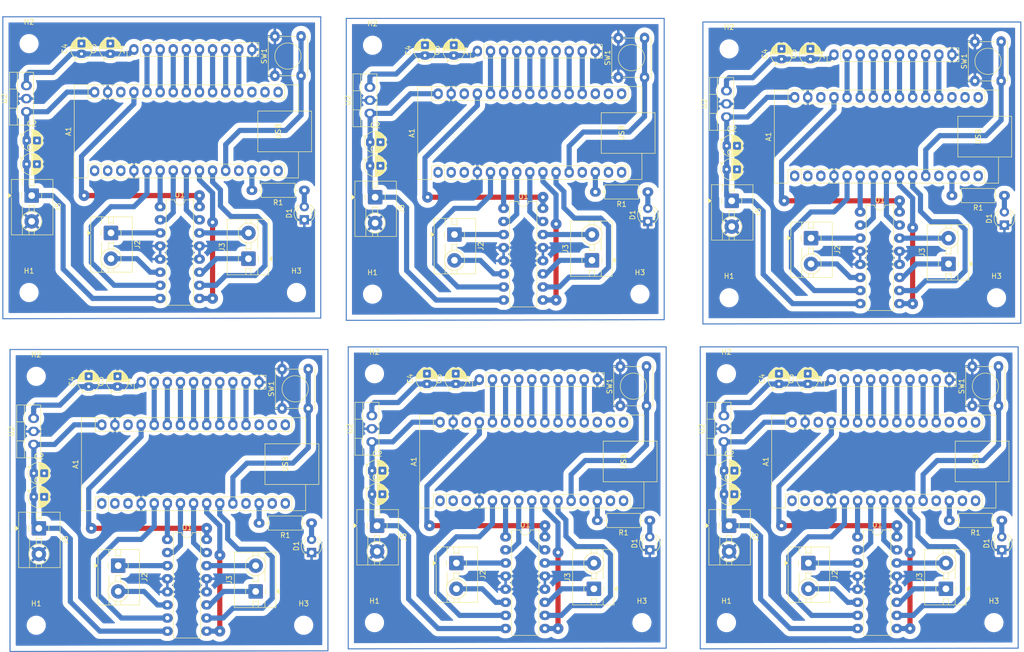
<source format=kicad_pcb>
(kicad_pcb (version 20241229) (generator "pcbnew") (generator_version "9.0")
  (layers (0 "F.Cu" signal) (2 "B.Cu" signal) (13 "F.Paste" user) (15 "B.Paste" user) (5 "F.SilkS" user "F.Silkscreen") (7 "B.SilkS" user "B.Silkscreen") (1 "F.Mask" user) (3 "B.Mask" user) (25 "Edge.Cuts" user))
  (net 0 "")
  (net 1 "sensor8")
  (net 2 "enable1,2")
  (net 3 "m1")
  (net 5 "m4")
  (net 6 "sensor7")
  (net 7 "sensor6")
  (net 8 "GND")
  (net 9 "Net-(A1-D10)")
  (net 10 "sensor4")
  (net 11 "sensor2")
  (net 12 "m2")
  (net 13 "5v Arduino")
  (net 14 "sensor1")
  (net 15 "Net-(A1-D8)")
  (net 16 "salida de R")
  (net 17 "sensor5")
  (net 24 "sensor3")
  (net 28 "enable3,4")
  (net 29 "m3")
  (net 30 "VCC")
  (net 31 "Net-(D1-A)")
  (net 32 "Net-(J2-Pin_1)")
  (net 33 "Net-(J2-Pin_2)")
  (net 34 "Net-(J3-Pin_2)")
  (net 35 "Net-(J3-Pin_1)")
  (footprint "Capacitor_THT:CP_Radial_D4.0mm_P2.00mm" (layer "F.Cu") (at 182.88 100.2866 90)
    (property "Reference" "C3")
    (property "Value" "C_Small")
  )
  (footprint "Capacitor_THT:CP_Radial_D4.0mm_P2.00mm" (layer "F.Cu") (at 114.3 36.5961 90)
    (property "Reference" "C3")
    (property "Value" "C_Small")
  )
  (footprint "Capacitor_THT:CP_Radial_D4.0mm_P2.00mm" (layer "F.Cu") (at 98.457 121.666)
    (property "Reference" "C1")
    (property "Value" "C_Small")
  )
  (footprint "Package_TO_SOT_THT:TO-220-3_Vertical" (layer "F.Cu") (at 98.044 47.8155 90)
    (property "Reference" "U2")
    (property "Value" "LM7805_TO220")
  )
  (footprint "MountingHole:MountingHole_3.2mm_M3" (layer "F.Cu") (at 33.401 147.066)
    (property "Reference" "H1")
    (property "Value" "MountingHole")
  )
  (footprint "Connector_PinHeader_2.54mm:PinHeader_1x10_P2.54mm_Vertical" (layer "F.Cu") (at 118.872 35.7505 90)
    (property "Reference" "J4")
    (property "Value" "Conn_01x10_MountingPin")
  )
  (footprint "Package_DIP:DIP-16_W7.62mm" (layer "F.Cu") (at 57.404 65.913)
    (property "Reference" "U1")
    (property "Value" "L293")
  )
  (footprint "MountingHole:MountingHole_3.2mm_M3" (layer "F.Cu") (at 150.749 146.558)
    (property "Reference" "H3")
    (property "Value" "MountingHole")
  )
  (footprint "Capacitor_THT:CP_Radial_D4.0mm_P2.00mm" (layer "F.Cu") (at 108.712 36.5961 90)
    (property "Reference" "C4")
    (property "Value" "C_Small")
  )
  (footprint "Button_Switch_THT:SW_Tactile_Straight_KSA0Axx1LFTR" (layer "F.Cu") (at 79.629 40.513 90)
    (property "Reference" "SW1")
    (property "Value" "SW_Push")
  )
  (footprint "Capacitor_THT:CP_Radial_D4.0mm_P2.00mm" (layer "F.Cu") (at 114.681 100.2866 90)
    (property "Reference" "C3")
    (property "Value" "C_Small")
  )
  (footprint "Capacitor_THT:CP_Radial_D4.0mm_P2.00mm" (layer "F.Cu") (at 32.925 122.174)
    (property "Reference" "C1")
    (property "Value" "C_Small")
  )
  (footprint "Capacitor_THT:CP_Radial_D4.0mm_P2.00mm" (layer "F.Cu") (at 31.539401 53.086)
    (property "Reference" "C2")
    (property "Value" "C_Small")
  )
  (footprint "Capacitor_THT:CP_Radial_D4.0mm_P2.00mm" (layer "F.Cu") (at 177.8 37.2946 90)
    (property "Reference" "C4")
    (property "Value" "C_Small")
  )
  (footprint "MountingHole:MountingHole_3.2mm_M3" (layer "F.Cu") (at 32.004 82.55)
    (property "Reference" "H1")
    (property "Value" "MountingHole")
  )
  (footprint "Connector_PinHeader_2.54mm:PinHeader_1x10_P2.54mm_Vertical" (layer "F.Cu") (at 119.253 99.441 90)
    (property "Reference" "J4")
    (property "Value" "Conn_01x10_MountingPin")
  )
  (footprint "TerminalBlock:TerminalBlock_MaiXu_MX126-5.0-02P_1x02_P5.00mm" (layer "F.Cu") (at 33.909 128.27 -90)
    (property "Reference" "J5")
    (property "Value" "Screw_Terminal_01x02")
  )
  (footprint "Button_Switch_THT:SW_Tactile_Straight_KSA0Axx1LFTR" (layer "F.Cu") (at 214.757 104.521 90)
    (property "Reference" "SW1")
    (property "Value" "SW_Push")
  )
  (footprint "Package_DIP:DIP-16_W7.62mm" (layer "F.Cu") (at 123.952 66.2305)
    (property "Reference" "U1")
    (property "Value" "L293")
  )
  (footprint "Button_Switch_THT:SW_Tactile_Straight_KSA0Axx1LFTR" (layer "F.Cu") (at 215.265 41.529 90)
    (property "Reference" "SW1")
    (property "Value" "SW_Push")
  )
  (footprint "MountingHole:MountingHole_3.2mm_M3" (layer "F.Cu") (at 167.132 146.558)
    (property "Reference" "H1")
    (property "Value" "MountingHole")
  )
  (footprint "MountingHole:MountingHole_3.2mm_M3" (layer "F.Cu") (at 167.64 83.566)
    (property "Reference" "H1")
    (property "Value" "MountingHole")
  )
  (footprint "Resistor_THT:R_Axial_DIN0207_L6.3mm_D2.5mm_P10.16mm_Horizontal" (layer "F.Cu") (at 220.472 126.746 180)
    (property "Reference" "R1")
    (property "Value" "R")
  )
  (footprint "TerminalBlock:TerminalBlock_MaiXu_MX126-5.0-02P_1x02_P5.00mm" (layer "F.Cu") (at 141.0645 76.3105 90)
    (property "Reference" "J3")
    (property "Value" "Screw_Terminal_01x02")
  )
  (footprint "TerminalBlock:TerminalBlock_MaiXu_MX126-5.0-02P_1x02_P5.00mm" (layer "F.Cu") (at 99.441 127.762 -90)
    (property "Reference" "J5")
    (property "Value" "Screw_Terminal_01x02")
  )
  (footprint "Button_Switch_THT:SW_Tactile_Straight_KSA0Axx1LFTR" (layer "F.Cu") (at 81.026 105.029 90)
    (property "Reference" "SW1")
    (property "Value" "SW_Push")
  )
  (footprint "TerminalBlock:TerminalBlock_MaiXu_MX126-5.0-02P_1x02_P5.00mm" (layer "F.Cu") (at 168.148 64.77 -90)
    (property "Reference" "J5")
    (property "Value" "Screw_Terminal_01x02")
  )
  (footprint "MountingHole:MountingHole_3.2mm_M3" (layer "F.Cu") (at 167.64 35.306)
    (property "Reference" "H2")
    (property "Value" "MountingHole")
  )
  (footprint "LED_THT:LED_D3.0mm_IRGrey" (layer "F.Cu") (at 86.741 132.969 90)
    (property "Reference" "D1")
    (property "Value" "LED")
  )
  (footprint "Resistor_THT:R_Axial_DIN0207_L6.3mm_D2.5mm_P10.16mm_Horizontal" (layer "F.Cu") (at 151.892 63.0555 180)
    (property "Reference" "R1")
    (property "Value" "R")
  )
  (footprint "Capacitor_THT:CP_Radial_D4.0mm_P2.00mm" (layer "F.Cu") (at 98.076 57.9755)
    (property "Reference" "C1")
    (property "Value" "C_Small")
  )
  (footprint "LED_THT:LED_D3.0mm_IRGrey" (layer "F.Cu") (at 151.892 68.7705 90)
    (property "Reference" "D1")
    (property "Value" "LED")
  )
  (footprint "Capacitor_THT:CP_Radial_D4.0mm_P2.00mm" (layer "F.Cu") (at 98.468401 117.094)
    (property "Reference" "C2")
    (property "Value" "C_Small")
  )
  (footprint "Resistor_THT:R_Axial_DIN0207_L6.3mm_D2.5mm_P10.16mm_Horizontal" (layer "F.Cu") (at 86.741 127.254 180)
    (property "Reference" "R1")
    (property "Value" "R")
  )
  (footprint "MountingHole:MountingHole_3.2mm_M3" (layer "F.Cu") (at 167.132 98.298)
    (property "Reference" "H2")
    (property "Value" "MountingHole")
  )
  (footprint "TerminalBlock:TerminalBlock_MaiXu_MX126-5.0-02P_1x02_P5.00mm" (layer "F.Cu") (at 47.879 70.993 -90)
    (property "Reference" "J2")
    (property "Value" "Screw_Terminal_01x02")
  )
  (footprint "Capacitor_THT:CP_Radial_D4.0mm_P2.00mm" (layer "F.Cu") (at 109.093 100.2866 90)
    (property "Reference" "C4")
    (property "Value" "C_Small")
  )
  (footprint "Capacitor_THT:CP_Radial_D4.0mm_P2.00mm" (layer "F.Cu") (at 42.164 36.2786 90)
    (property "Reference" "C4")
    (property "Value" "C_Small")
  )
  (footprint "MountingHole:MountingHole_3.2mm_M3" (layer "F.Cu") (at 32.004 34.29)
    (property "Reference" "H2")
    (property "Value" "MountingHole")
  )
  (footprint "TerminalBlock:TerminalBlock_MaiXu_MX126-5.0-02P_1x02_P5.00mm" (layer "F.Cu") (at 114.427 71.3105 -90)
    (property "Reference" "J2")
    (property "Value" "Screw_Terminal_01x02")
  )
  (footprint "MountingHole:MountingHole_3.2mm_M3" (layer "F.Cu") (at 98.552 82.8675)
    (property "Reference" "H1")
    (property "Value" "MountingHole")
  )
  (footprint "LED_THT:LED_D3.0mm_IRGrey" (layer "F.Cu") (at 85.344 68.453 90)
    (property "Reference" "D1")
    (property "Value" "LED")
  )
  (footprint "Package_DIP:DIP-16_W7.62mm" (layer "F.Cu") (at 124.333 129.921)
    (property "Reference" "U1")
    (property "Value" "L293")
  )
  (footprint "MountingHole:MountingHole_3.2mm_M3" (layer "F.Cu") (at 83.82 82.55)
    (property "Reference" "H3")
    (property "Value" "MountingHole")
  )
  (footprint "Resistor_THT:R_Axial_DIN0207_L6.3mm_D2.5mm_P10.16mm_Horizontal" (layer "F.Cu") (at 152.273 126.746 180)
    (property "Reference" "R1")
    (property "Value" "R")
  )
  (footprint "Module:Arduino_Nano" (layer "F.Cu") (at 111.252 59.2455 90)
    (property "Reference" "A1")
    (property "Value" "Arduino_Nano_Every")
  )
  (footprint "Connector_PinHeader_2.54mm:PinHeader_1x10_P2.54mm_Vertical" (layer "F.Cu") (at 53.721 99.949 90)
    (property "Reference" "J4")
    (property "Value" "Conn_01x10_MountingPin")
  )
  (footprint "TerminalBlock:TerminalBlock_MaiXu_MX126-5.0-02P_1x02_P5.00mm" (layer "F.Cu") (at 49.276 135.509 -90)
    (property "Reference" "J2")
    (property "Value" "Screw_Terminal_01x02")
  )
  (footprint "Button_Switch_THT:SW_Tactile_Straight_KSA0Axx1LFTR" (layer "F.Cu") (at 146.177 40.8305 90)
    (property "Reference" "SW1")
    (property "Value" "SW_Push")
  )
  (footprint "TerminalBlock:TerminalBlock_MaiXu_MX126-5.0-02P_1x02_P5.00mm" (layer "F.Cu") (at 209.6445 140.001 90)
    (property "Reference" "J3")
    (property "Value" "Screw_Terminal_01x02")
  )
  (footprint "Capacitor_THT:CP_Radial_D4.0mm_P2.00mm" (layer "F.Cu") (at 98.087401 53.4035)
    (property "Reference" "C2")
    (property "Value" "C_Small")
  )
  (footprint "Capacitor_THT:CP_Radial_D4.0mm_P2.00mm" (layer "F.Cu") (at 167.164 58.674)
    (property "Reference" "C1")
    (property "Value" "C_Small")
  )
  (footprint "MountingHole:MountingHole_3.2mm_M3" (layer "F.Cu") (at 150.368 82.8675)
    (property "Reference" "H3")
    (property "Value" "MountingHole")
  )
  (footprint "MountingHole:MountingHole_3.2mm_M3" (layer "F.Cu") (at 219.456 83.566)
    (property "Reference" "H3")
    (property "Value" "MountingHole")
  )
  (footprint "Capacitor_THT:CP_Radial_D4.0mm_P2.00mm" (layer "F.Cu") (at 177.292 100.2866 90)
    (property "Reference" "C4")
    (property "Value" "C_Small")
  )
  (footprint "Package_TO_SOT_THT:TO-220-3_Vertical" (layer "F.Cu") (at 167.132 48.514 90)
    (property "Reference" "U2")
    (property "Value" "LM7805_TO220")
  )
  (footprint "MountingHole:MountingHole_3.2mm_M3" (layer "F.Cu") (at 85.217 147.066)
    (property "Reference" "H3")
    (property "Value" "MountingHole")
  )
  (footprint "Connector_PinHeader_2.54mm:PinHeader_1x10_P2.54mm_Vertical" (layer "F.Cu") (at 187.452 99.441 90)
    (property "Reference" "J4")
    (property "Value" "Conn_01x10_MountingPin")
  )
  (footprint "Capacitor_THT:CP_Radial_D4.0mm_P2.00mm" (layer "F.Cu") (at 31.528 57.658)
    (property "Reference" "C1")
    (property "Value" "C_Small")
  )
  (footprint "Capacitor_THT:CP_Radial_D4.0mm_P2.00mm" (layer "F.Cu") (at 166.667401 117.094)
    (property "Reference" "C2")
    (property "Value" "C_Small")
  )
  (footprint "TerminalBlock:TerminalBlock_MaiXu_MX126-5.0-02P_1x02_P5.00mm" (layer "F.Cu") (at 32.512 63.754 -90)
    (property "Reference" "J5")
    (property "Value" "Screw_Terminal_01x02")
  )
  (footprint "Capacitor_THT:CP_Radial_D4.0mm_P2.00mm" (layer "F.Cu") (at 166.656 121.666)
    (property "Reference" "C1")
    (property "Value" "C_Small")
  )
  (footprint "Capacitor_THT:CP_Radial_D4.0mm_P2.00mm" (layer "F.Cu") (at 47.752 36.2786 90)
    (property "Reference" "C3")
    (property "Value" "C_Small")
  )
  (footprint "MountingHole:MountingHole_3.2mm_M3" (layer "F.Cu") (at 33.401 98.806)
    (property "Reference" "H2")
    (property "Value" "MountingHole")
  )
  (footprint "Module:Arduino_Nano" (layer "F.Cu") (at 180.34 59.944 90)
    (property "Reference" "A1")
    (property "Value" "Arduino_Nano_Every")
  )
  (footprint "MountingHole:MountingHole_3.2mm_M3" (layer "F.Cu") (at 98.552 34.6075)
    (property "Reference" "H2")
    (property "Value" "MountingHole")
  )
  (footprint "TerminalBlock:TerminalBlock_MaiXu_MX126-5.0-02P_1x02_P5.00mm" (layer "F.Cu") (at 141.4455 140.001 90)
    (property "Reference" "J3")
    (property "Value" "Screw_Terminal_01x02")
  )
  (footprint "Package_TO_SOT_THT:TO-220-3_Vertical" (layer "F.Cu") (at 166.624 111.506 90)
    (property "Reference" "U2")
    (property "Value" "LM7805_TO220")
  )
  (footprint "Package_TO_SOT_THT:TO-220-3_Vertical" (layer "F.Cu") (at 32.893 112.014 90)
    (property "Reference" "U2")
    (property "Value" "LM7805_TO220")
  )
  (footprint "LED_THT:LED_D3.0mm_IRGrey" (layer "F.Cu") (at 220.98 69.469 90)
    (property "Reference" "D1")
    (property "Value" "LED")
  )
  (footprint "Package_DIP:DIP-16_W7.62mm" (layer "F.Cu") (at 192.532 129.921)
    (property "Reference" "U1")
    (property "Value" "L293")
  )
  (footprint "Resistor_THT:R_Axial_DIN0207_L6.3mm_D2.5mm_P10.16mm_Horizontal" (layer "F.Cu") (at 220.98 63.754 180)
    (property "Reference" "R1")
    (property "Value" "R")
  )
  (footprint "Module:Arduino_Nano" (layer "F.Cu") (at 179.832 122.936 90)
    (property "Reference" "A1")
    (property "Value" "Arduino_Nano_Every")
  )
  (footprint "Module:Arduino_Nano" (layer "F.Cu") (at 46.101 123.444 90)
    (property "Reference" "A1")
    (property "Value" "Arduino_Nano_Every")
  )
  (footprint "Package_TO_SOT_THT:TO-220-3_Vertical" (layer "F.Cu") (at 98.425 111.506 90)
    (property "Reference" "U2")
    (property "Value" "LM7805_TO220")
  )
  (footprint "Connector_PinHeader_2.54mm:PinHeader_1x10_P2.54mm_Vertical" (layer "F.Cu") (at 187.96 36.449 90)
    (property "Reference" "J4")
    (property "Value" "Conn_01x10_MountingPin")
  )
  (footprint "MountingHole:MountingHole_3.2mm_M3" (layer "F.Cu") (at 218.948 146.558)
    (property "Reference" "H3")
    (property "Value" "MountingHole")
  )
  (footprint "TerminalBlock:TerminalBlock_MaiXu_MX126-5.0-02P_1x02_P5.00mm" (layer "F.Cu") (at 210.1525 77.009 90)
    (property "Reference" "J3")
    (property "Value" "Screw_Terminal_01x02")
  )
  (footprint "TerminalBlock:TerminalBlock_MaiXu_MX126-5.0-02P_1x02_P5.00mm" (layer "F.Cu") (at 99.06 64.0715 -90)
    (property "Reference" "J5")
    (property "Value" "Screw_Terminal_01x02")
  )
  (footprint "Capacitor_THT:CP_Radial_D4.0mm_P2.00mm" (layer "F.Cu") (at 183.388 37.2946 90)
    (property "Reference" "C3")
    (property "Value" "C_Small")
  )
  (footprint "Button_Switch_THT:SW_Tactile_Straight_KSA0Axx1LFTR" (layer "F.Cu") (at 146.558 104.521 90)
    (property "Reference" "SW1")
    (property "Value" "SW_Push")
  )
  (footprint "Resistor_THT:R_Axial_DIN0207_L6.3mm_D2.5mm_P10.16mm_Horizontal" (layer "F.Cu") (at 85.344 62.738 180)
    (property "Reference" "R1")
    (property "Value" "R")
  )
  (footprint "TerminalBlock:TerminalBlock_MaiXu_MX126-5.0-02P_1x02_P5.00mm" (layer "F.Cu") (at 74.5165 75.993 90)
    (property "Reference" "J3")
    (property "Value" "Screw_Terminal_01x02")
  )
  (footprint "Capacitor_THT:CP_Radial_D4.0mm_P2.00mm" (layer "F.Cu") (at 49.149 100.7946 90)
    (property "Reference" "C3")
    (property "Value" "C_Small")
  )
  (footprint "Package_DIP:DIP-16_W7.62mm" (layer "F.Cu") (at 193.04 66.929)
    (property "Reference" "U1")
    (property "Value" "L293")
  )
  (footprint "TerminalBlock:TerminalBlock_MaiXu_MX126-5.0-02P_1x02_P5.00mm" (layer "F.Cu") (at 75.9135 140.509 90)
    (property "Reference" "J3")
    (property "Value" "Screw_Terminal_01x02")
  )
  (footprint "TerminalBlock:TerminalBlock_MaiXu_MX126-5.0-02P_1x02_P5.00mm" (layer "F.Cu") (at 183.515 72.009 -90)
    (property "Reference" "J2")
    (property "Value" "Screw_Terminal_01x02")
  )
  (footprint "Capacitor_THT:CP_Radial_D4.0mm_P2.00mm" (layer "F.Cu") (at 43.561 100.7946 90)
    (property "Reference" "C4")
    (property "Value" "C_Small")
  )
  (footprint "Module:Arduino_Nano" (layer "F.Cu") (at 111.633 122.936 90)
    (property "Reference" "A1")
    (property "Value" "Arduino_Nano_Every")
  )
  (footprint "Capacitor_THT:CP_Radial_D4.0mm_P2.00mm" (layer "F.Cu") (at 32.936401 117.602)
    (property "Reference" "C2")
    (property "Value" "C_Small")
  )
  (footprint "TerminalBlock:TerminalBlock_MaiXu_MX126-5.0-02P_1x02_P5.00mm" (layer "F.Cu") (at 114.808 135.001 -90)
    (property "Reference" "J2")
    (property "Value" "Screw_Terminal_01x02")
  )
  (footprint "TerminalBlock:TerminalBlock_MaiXu_MX126-5.0-02P_1x02_P5.00mm" (layer "F.Cu") (at 167.64 127.762 -90)
    (property "Reference" "J5")
    (property "Value" "Screw_Terminal_01x02")
  )
  (footprint "LED_THT:LED_D3.0mm_IRGrey" (layer "F.Cu") (at 220.472 132.461 90)
    (property "Reference" "D1")
    (property "Value" "LED")
  )
  (footprint "MountingHole:MountingHole_3.2mm_M3" (layer "F.Cu") (at 98.933 146.558)
    (property "Reference" "H1")
    (property "Value" "MountingHole")
  )
  (footprint "Connector_PinHeader_2.54mm:PinHeader_1x10_P2.54mm_Vertical" (layer "F.Cu") (at 52.324 35.433 90)
    (property "Reference" "J4")
    (property "Value" "Conn_01x10_MountingPin")
  )
  (footprint "Capacitor_THT:CP_Radial_D4.0mm_P2.00mm" (layer "F.Cu") (at 167.175401 54.102)
    (property "Reference" "C2")
    (property "Value" "C_Small")
  )
  (footprint "LED_THT:LED_D3.0mm_IRGrey" (layer "F.Cu") (at 152.273 132.461 90)
    (property "Reference" "D1")
    (property "Value" "LED")
  )
  (footprint "Module:Arduino_Nano" (layer "F.Cu") (at 44.704 58.928 90)
    (property "Reference" "A1")
    (property "Value" "Arduino_Nano_Every")
  )
  (footprint "MountingHole:MountingHole_3.2mm_M3" (layer "F.Cu") (at 98.933 98.298)
    (property "Reference" "H2")
    (property "Value" "MountingHole")
  )
  (footprint "TerminalBlock:TerminalBlock_MaiXu_MX126-5.0-02P_1x02_P5.00mm" (layer "F.Cu") (at 183.007 135.001 -90)
    (property "Reference" "J2")
    (property "Value" "Screw_Terminal_01x02")
  )
  (footprint "Package_TO_SOT_THT:TO-220-3_Vertical" (layer "F.Cu") (at 31.496 47.498 90)
    (property "Reference" "U2")
    (property "Value" "LM7805_TO220")
  )
  (footprint "Package_DIP:DIP-16_W7.62mm" (layer "F.Cu") (at 58.801 130.429)
    (property "Reference" "U1")
    (property "Value" "L293")
  )
  (gr_line (start 89.916 152.019) (end 28.321 152.146) (stroke (width 0.2)) (layer "B.Cu"))
  (gr_line (start 224.155 88.519) (end 162.56 88.646) (stroke (width 0.2)) (layer "B.Cu"))
  (gr_line (start 93.472 29.4005) (end 155.067 29.4005) (stroke (width 0.2)) (layer "B.Cu"))
  (gr_line (start 162.56 88.646) (end 162.56 30.099) (stroke (width 0.2)) (layer "B.Cu"))
  (gr_line (start 224.155 30.099) (end 224.155 88.519) (stroke (width 0.2)) (layer "B.Cu"))
  (gr_line (start 89.916 93.599) (end 89.916 152.019) (stroke (width 0.2)) (layer "B.Cu"))
  (gr_line (start 155.067 29.4005) (end 155.067 87.8205) (stroke (width 0.2)) (layer "B.Cu"))
  (gr_line (start 155.448 93.091) (end 155.448 151.511) (stroke (width 0.2)) (layer "B.Cu"))
  (gr_line (start 93.853 93.091) (end 155.448 93.091) (stroke (width 0.2)) (layer "B.Cu"))
  (gr_line (start 88.519 87.503) (end 26.924 87.63) (stroke (width 0.2)) (layer "B.Cu"))
  (gr_line (start 88.519 29.083) (end 88.519 87.503) (stroke (width 0.2)) (layer "B.Cu"))
  (gr_line (start 26.924 87.63) (end 26.924 29.083) (stroke (width 0.2)) (layer "B.Cu"))
  (gr_line (start 155.448 151.511) (end 93.853 151.638) (stroke (width 0.2)) (layer "B.Cu"))
  (gr_line (start 162.052 93.091) (end 223.647 93.091) (stroke (width 0.2)) (layer "B.Cu"))
  (gr_line (start 162.56 30.099) (end 224.155 30.099) (stroke (width 0.2)) (layer "B.Cu"))
  (gr_line (start 28.321 152.146) (end 28.321 93.599) (stroke (width 0.2)) (layer "B.Cu"))
  (gr_line (start 28.321 93.599) (end 89.916 93.599) (stroke (width 0.2)) (layer "B.Cu"))
  (gr_line (start 93.853 151.638) (end 93.853 93.091) (stroke (width 0.2)) (layer "B.Cu"))
  (gr_line (start 26.924 29.083) (end 88.519 29.083) (stroke (width 0.2)) (layer "B.Cu"))
  (gr_line (start 93.472 87.9475) (end 93.472 29.4005) (stroke (width 0.2)) (layer "B.Cu"))
  (gr_line (start 155.067 87.8205) (end 93.472 87.9475) (stroke (width 0.2)) (layer "B.Cu"))
  (gr_line (start 223.647 151.511) (end 162.052 151.638) (stroke (width 0.2)) (layer "B.Cu"))
  (gr_line (start 162.052 151.638) (end 162.052 93.091) (stroke (width 0.2)) (layer "B.Cu"))
  (gr_line (start 223.647 93.091) (end 223.647 151.511) (stroke (width 0.2)) (layer "B.Cu"))
  (segment (start 74.041 99.949) (end 74.041 108.204) (width 1) (layer "B.Cu") (net 1))
  (segment (start 139.573 99.441) (end 139.573 107.696) (width 1) (layer "B.Cu") (net 1))
  (segment (start 208.28 36.449) (end 208.28 44.704) (width 1) (layer "B.Cu") (net 1))
  (segment (start 72.644 35.433) (end 72.644 43.688) (width 1) (layer "B.Cu") (net 1))
  (segment (start 139.192 35.7505) (end 139.192 44.0055) (width 1) (layer "B.Cu") (net 1))
  (segment (start 207.772 99.441) (end 207.772 107.696) (width 1) (layer "B.Cu") (net 1))
  (segment (start 58.801 130.429) (end 58.801 123.444) (width 1) (layer "B.Cu") (net 2))
  (segment (start 123.952 66.2305) (end 123.952 59.2455) (width 1) (layer "B.Cu") (net 2))
  (segment (start 124.333 129.921) (end 124.333 122.936) (width 1) (layer "B.Cu") (net 2))
  (segment (start 192.532 129.921) (end 192.532 122.936) (width 1) (layer "B.Cu") (net 2))
  (segment (start 57.404 65.913) (end 57.404 58.928) (width 1) (layer "B.Cu") (net 2))
  (segment (start 193.04 66.929) (end 193.04 59.944) (width 1) (layer "B.Cu") (net 2))
  (segment (start 195.58 68.06037) (end 195.58 59.944) (width 1) (layer "B.Cu") (net 3))
  (segment (start 126.873 131.05237) (end 126.873 122.936) (width 1) (layer "B.Cu") (net 3))
  (segment (start 58.801 132.969) (end 59.93237 132.969) (width 1) (layer "B.Cu") (net 3))
  (segment (start 193.04 69.469) (end 194.17137 69.469) (width 1) (layer "B.Cu") (net 3))
  (segment (start 125.46437 132.461) (end 126.873 131.05237) (width 1) (layer "B.Cu") (net 3))
  (segment (start 192.532 132.461) (end 193.66337 132.461) (width 1) (layer "B.Cu") (net 3))
  (segment (start 195.072 131.05237) (end 195.072 122.936) (width 1) (layer "B.Cu") (net 3))
  (segment (start 125.08337 68.7705) (end 126.492 67.36187) (width 1) (layer "B.Cu") (net 3))
  (segment (start 58.53537 68.453) (end 59.944 67.04437) (width 1) (layer "B.Cu") (net 3))
  (segment (start 193.66337 132.461) (end 195.072 131.05237) (width 1) (layer "B.Cu") (net 3))
  (segment (start 61.341 131.56037) (end 61.341 123.444) (width 1) (layer "B.Cu") (net 3))
  (segment (start 194.17137 69.469) (end 195.58 68.06037) (width 1) (layer "B.Cu") (net 3))
  (segment (start 57.404 68.453) (end 58.53537 68.453) (width 1) (layer "B.Cu") (net 3))
  (segment (start 124.333 132.461) (end 125.46437 132.461) (width 1) (layer "B.Cu") (net 3))
  (segment (start 59.93237 132.969) (end 61.341 131.56037) (width 1) (layer "B.Cu") (net 3))
  (segment (start 126.492 67.36187) (end 126.492 59.2455) (width 1) (layer "B.Cu") (net 3))
  (segment (start 123.952 68.7705) (end 125.08337 68.7705) (width 1) (layer "B.Cu") (net 3))
  (segment (start 59.944 67.04437) (end 59.944 58.928) (width 1) (layer "B.Cu") (net 3))
  (segment (start 130.937 68.7705) (end 131.572 68.7705) (width 1) (layer "B.Cu") (net 5))
  (segment (start 63.881 131.064) (end 65.786 132.969) (width 1) (layer "B.Cu") (net 5))
  (segment (start 198.12 59.944) (end 198.12 67.564) (width 1) (layer "B.Cu") (net 5))
  (segment (start 197.612 130.556) (end 199.517 132.461) (width 1) (layer "B.Cu") (net 5))
  (segment (start 62.484 58.928) (end 62.484 66.548) (width 1) (layer "B.Cu") (net 5))
  (segment (start 131.318 132.461) (end 131.953 132.461) (width 1) (layer "B.Cu") (net 5))
  (segment (start 200.025 69.469) (end 200.66 69.469) (width 1) (layer "B.Cu") (net 5))
  (segment (start 62.484 66.548) (end 64.389 68.453) (width 1) (layer "B.Cu") (net 5))
  (segment (start 65.786 132.969) (end 66.421 132.969) (width 1) (layer "B.Cu") (net 5))
  (segment (start 129.413 122.936) (end 129.413 130.556) (width 1) (layer "B.Cu") (net 5))
  (segment (start 198.12 67.564) (end 200.025 69.469) (width 1) (layer "B.Cu") (net 5))
  (segment (start 129.032 59.2455) (end 129.032 66.8655) (width 1) (layer "B.Cu") (net 5))
  (segment (start 129.032 66.8655) (end 130.937 68.7705) (width 1) (layer "B.Cu") (net 5))
  (segment (start 199.517 132.461) (end 200.152 132.461) (width 1) (layer "B.Cu") (net 5))
  (segment (start 197.612 122.936) (end 197.612 130.556) (width 1) (layer "B.Cu") (net 5))
  (segment (start 64.389 68.453) (end 65.024 68.453) (width 1) (layer "B.Cu") (net 5))
  (segment (start 129.413 130.556) (end 131.318 132.461) (width 1) (layer "B.Cu") (net 5))
  (segment (start 63.881 123.444) (end 63.881 131.064) (width 1) (layer "B.Cu") (net 5))
  (segment (start 137.033 107.696) (end 137.033 99.441) (width 1) (layer "B.Cu") (net 6))
  (segment (start 136.652 44.0055) (end 136.652 35.7505) (width 1) (layer "B.Cu") (net 6))
  (segment (start 205.74 44.704) (end 205.74 36.449) (width 1) (layer "B.Cu") (net 6))
  (segment (start 70.104 43.688) (end 70.104 35.433) (width 1) (layer "B.Cu") (net 6))
  (segment (start 71.501 108.204) (end 71.501 99.949) (width 1) (layer "B.Cu") (net 6))
  (segment (start 205.232 107.696) (end 205.232 99.441) (width 1) (layer "B.Cu") (net 6))
  (segment (start 67.564 43.688) (end 67.564 35.433) (width 1) (layer "B.Cu") (net 7))
  (segment (start 134.112 44.0055) (end 134.112 35.7505) (width 1) (layer "B.Cu") (net 7))
  (segment (start 202.692 107.696) (end 202.692 99.441) (width 1) (layer "B.Cu") (net 7))
  (segment (start 203.2 44.704) (end 203.2 36.449) (width 1) (layer "B.Cu") (net 7))
  (segment (start 68.961 108.204) (end 68.961 99.949) (width 1) (layer "B.Cu") (net 7))
  (segment (start 134.493 107.696) (end 134.493 99.441) (width 1) (layer "B.Cu") (net 7))
  (segment (start 210.82 63.754) (end 210.82 59.944) (width 1) (layer "B.Cu") (net 9))
  (segment (start 76.581 127.254) (end 76.581 123.444) (width 1) (layer "B.Cu") (net 9))
  (segment (start 142.113 126.746) (end 142.113 122.936) (width 1) (layer "B.Cu") (net 9))
  (segment (start 75.184 62.738) (end 75.184 58.928) (width 1) (layer "B.Cu") (net 9))
  (segment (start 141.732 63.0555) (end 141.732 59.2455) (width 1) (layer "B.Cu") (net 9))
  (segment (start 210.312 126.746) (end 210.312 122.936) (width 1) (layer "B.Cu") (net 9))
  (segment (start 62.484 35.433) (end 62.484 43.688) (width 1) (layer "B.Cu") (net 10))
  (segment (start 197.612 99.441) (end 197.612 107.696) (width 1) (layer "B.Cu") (net 10))
  (segment (start 129.413 99.441) (end 129.413 107.696) (width 1) (layer "B.Cu") (net 10))
  (segment (start 129.032 35.7505) (end 129.032 44.0055) (width 1) (layer "B.Cu") (net 10))
  (segment (start 198.12 36.449) (end 198.12 44.704) (width 1) (layer "B.Cu") (net 10))
  (segment (start 63.881 99.949) (end 63.881 108.204) (width 1) (layer "B.Cu") (net 10))
  (segment (start 58.801 108.204) (end 58.801 99.949) (width 1) (layer "B.Cu") (net 11))
  (segment (start 193.04 44.704) (end 193.04 36.449) (width 1) (layer "B.Cu") (net 11))
  (segment (start 192.532 107.696) (end 192.532 99.441) (width 1) (layer "B.Cu") (net 11))
  (segment (start 123.952 44.0055) (end 123.952 35.7505) (width 1) (layer "B.Cu") (net 11))
  (segment (start 124.333 107.696) (end 124.333 99.441) (width 1) (layer "B.Cu") (net 11))
  (segment (start 57.404 43.688) (end 57.404 35.433) (width 1) (layer "B.Cu") (net 11))
  (segment (start 121.793 127.381) (end 119.253 129.921) (width 1) (layer "B.Cu") (net 12))
  (segment (start 179.197 133.731) (end 179.197 140.716) (width 1) (layer "B.Cu") (net 12))
  (segment (start 121.793 122.936) (end 121.793 127.381) (width 1) (layer "B.Cu") (net 12))
  (segment (start 54.864 63.373) (end 52.324 65.913) (width 1) (layer "B.Cu") (net 12))
  (segment (start 48.514 81.153) (end 57.404 81.153) (width 1) (layer "B.Cu") (net 12))
  (segment (start 52.324 65.913) (end 47.879 65.913) (width 1) (layer "B.Cu") (net 12))
  (segment (start 114.808 129.921) (end 110.998 133.731) (width 1) (layer "B.Cu") (net 12))
  (segment (start 47.879 65.913) (end 44.069 69.723) (width 1) (layer "B.Cu") (net 12))
  (segment (start 189.992 127.381) (end 187.452 129.921) (width 1) (layer "B.Cu") (net 12))
  (segment (start 190.5 59.944) (end 190.5 64.389) (width 1) (layer "B.Cu") (net 12))
  (segment (start 114.427 66.2305) (end 110.617 70.0405) (width 1) (layer "B.Cu") (net 12))
  (segment (start 49.276 130.429) (end 45.466 134.239) (width 1) (layer "B.Cu") (net 12))
  (segment (start 110.998 140.716) (end 115.443 145.161) (width 1) (layer "B.Cu") (net 12))
  (segment (start 183.642 145.161) (end 192.532 145.161) (width 1) (layer "B.Cu") (net 12))
  (segment (start 56.261 123.444) (end 56.261 127.889) (width 1) (layer "B.Cu") (net 12))
  (segment (start 183.515 66.929) (end 179.705 70.739) (width 1) (layer "B.Cu") (net 12))
  (segment (start 115.062 81.4705) (end 123.952 81.4705) (width 1) (layer "B.Cu") (net 12))
  (segment (start 190.5 64.389) (end 187.96 66.929) (width 1) (layer "B.Cu") (net 12))
  (segment (start 183.007 129.921) (end 179.197 133.731) (width 1) (layer "B.Cu") (net 12))
  (segment (start 53.721 130.429) (end 49.276 130.429) (width 1) (layer "B.Cu") (net 12))
  (segment (start 119.253 129.921) (end 114.808 129.921) (width 1) (layer "B.Cu") (net 12))
  (segment (start 189.992 122.936) (end 189.992 127.381) (width 1) (layer "B.Cu") (net 12))
  (segment (start 179.705 77.724) (end 184.15 82.169) (width 1) (layer "B.Cu") (net 12))
  (segment (start 187.452 129.921) (end 183.007 129.921) (width 1) (layer "B.Cu") (net 12))
  (segment (start 121.412 59.2455) (end 121.412 63.6905) (width 1) (layer "B.Cu") (net 12))
  (segment (start 187.96 66.929) (end 183.515 66.929) (width 1) (layer "B.Cu") (net 12))
  (segment (start 49.911 145.669) (end 58.801 145.669) (width 1) (layer "B.Cu") (net 12))
  (segment (start 118.872 66.2305) (end 114.427 66.2305) (width 1) (layer "B.Cu") (net 12))
  (segment (start 45.466 134.239) (end 45.466 141.224) (width 1) (layer "B.Cu") (net 12))
  (segment (start 44.069 69.723) (end 44.069 76.708) (width 1) (layer "B.Cu") (net 12))
  (segment (start 179.197 140.716) (end 183.642 145.161) (width 1) (layer "B.Cu") (net 12))
  (segment (start 56.261 127.889) (end 53.721 130.429) (width 1) (layer "B.Cu") (net 12))
  (segment (start 45.466 141.224) (end 49.911 145.669) (width 1) (layer "B.Cu") (net 12))
  (segment (start 110.617 77.0255) (end 115.062 81.4705) (width 1) (layer "B.Cu") (net 12))
  (segment (start 54.864 58.928) (end 54.864 63.373) (width 1) (layer "B.Cu") (net 12))
  (segment (start 179.705 70.739) (end 179.705 77.724) (width 1) (layer "B.Cu") (net 12))
  (segment (start 115.443 145.161) (end 124.333 145.161) (width 1) (layer "B.Cu") (net 12))
  (segment (start 110.998 133.731) (end 110.998 140.716) (width 1) (layer "B.Cu") (net 12))
  (segment (start 121.412 63.6905) (end 118.872 66.2305) (width 1) (layer "B.Cu") (net 12))
  (segment (start 110.617 70.0405) (end 110.617 77.0255) (width 1) (layer "B.Cu") (net 12))
  (segment (start 184.15 82.169) (end 193.04 82.169) (width 1) (layer "B.Cu") (net 12))
  (segment (start 44.069 76.708) (end 48.514 81.153) (width 1) (layer "B.Cu") (net 12))
  (segment (start 109.22 64.0715) (end 131.572 64.0715) (width 1) (layer "F.Cu") (net 13))
  (segment (start 42.672 63.754) (end 65.024 63.754) (width 1) (layer "F.Cu") (net 13))
  (segment (start 178.308 64.77) (end 200.66 64.77) (width 1) (layer "F.Cu") (net 13))
  (segment (start 109.601 127.762) (end 131.953 127.762) (width 1) (layer "F.Cu") (net 13))
  (segment (start 44.069 128.27) (end 66.421 128.27) (width 1) (layer "F.Cu") (net 13))
  (segment (start 177.8 127.762) (end 200.152 127.762) (width 1) (layer "F.Cu") (net 13))
  (via (at 178.308 64.77) (size 2.1) (drill 0.7) (layers "F.Cu" "B.Cu") (net 13))
  (via (at 177.8 127.762) (size 2.1) (drill 0.7) (layers "F.Cu" "B.Cu") (net 13))
  (via (at 66.421 128.27) (size 2.1) (drill 0.7) (layers "F.Cu" "B.Cu") (net 13))
  (via (at 42.672 63.754) (size 2.1) (drill 0.7) (layers "F.Cu" "B.Cu") (net 13))
  (via (at 131.953 127.762) (size 2.1) (drill 0.7) (layers "F.Cu" "B.Cu") (net 13))
  (via (at 109.601 127.762) (size 2.1) (drill 0.7) (layers "F.Cu" "B.Cu") (net 13))
  (via (at 109.22 64.0715) (size 2.1) (drill 0.7) (layers "F.Cu" "B.Cu") (net 13))
  (via (at 200.152 127.762) (size 2.1) (drill 0.7) (layers "F.Cu" "B.Cu") (net 13))
  (via (at 131.572 64.0715) (size 2.1) (drill 0.7) (layers "F.Cu" "B.Cu") (net 13))
  (via (at 200.66 64.77) (size 2.1) (drill 0.7) (layers "F.Cu" "B.Cu") (net 13))
  (via (at 65.024 63.754) (size 2.1) (drill 0.7) (layers "F.Cu" "B.Cu") (net 13))
  (via (at 44.069 128.27) (size 2.1) (drill 0.7) (layers "F.Cu" "B.Cu") (net 13))
  (segment (start 44.069 128.27) (end 43.688 127.889) (width 1) (layer "B.Cu") (net 13))
  (segment (start 200.66 66.929) (end 200.66 64.77) (width 1) (layer "B.Cu") (net 13))
  (segment (start 187.96 46.99) (end 187.96 44.704) (width 1) (layer "B.Cu") (net 13))
  (segment (start 109.22 64.0715) (end 108.712 63.5635) (width 1) (layer "B.Cu") (net 13))
  (segment (start 42.164 63.246) (end 42.164 56.134) (width 1) (layer "B.Cu") (net 13))
  (segment (start 109.601 127.762) (end 109.22 127.381) (width 1) (layer "B.Cu") (net 13))
  (segment (start 42.291 63.373) (end 42.164 63.373) (width 1) (layer "B.Cu") (net 13))
  (segment (start 118.872 46.2915) (end 118.872 44.0055) (width 1) (layer "B.Cu") (net 13))
  (segment (start 65.024 65.913) (end 65.024 63.754) (width 1) (layer "B.Cu") (net 13))
  (segment (start 109.093 127.254) (end 109.093 120.142) (width 1) (layer "B.Cu") (net 13))
  (segment (start 43.561 120.65) (end 53.721 110.49) (width 1) (layer "B.Cu") (net 13))
  (segment (start 187.452 109.982) (end 187.452 107.696) (width 1) (layer "B.Cu") (net 13))
  (segment (start 131.572 66.2305) (end 131.572 64.0715) (width 1) (layer "B.Cu") (net 13))
  (segment (start 109.093 120.142) (end 119.253 109.982) (width 1) (layer "B.Cu") (net 13))
  (segment (start 108.712 56.4515) (end 118.872 46.2915) (width 1) (layer "B.Cu") (net 13))
  (segment (start 178.308 64.77) (end 177.8 64.262) (width 1) (layer "B.Cu") (net 13))
  (segment (start 177.8 64.262) (end 177.8 57.15) (width 1) (layer "B.Cu") (net 13))
  (segment (start 42.672 63.754) (end 42.164 63.246) (width 1) (layer "B.Cu") (net 13))
  (segment (start 43.688 127.889) (end 43.561 127.889) (width 1) (layer "B.Cu") (net 13))
  (segment (start 177.927 64.389) (end 177.8 64.389) (width 1) (layer "B.Cu") (net 13))
  (segment (start 44.069 128.27) (end 43.561 127.762) (width 1) (layer "B.Cu") (net 13))
  (segment (start 177.292 120.142) (end 187.452 109.982) (width 1) (layer "B.Cu") (net 13))
  (segment (start 108.839 63.6905) (end 108.712 63.6905) (width 1) (layer "B.Cu") (net 13))
  (segment (start 119.253 109.982) (end 119.253 107.696) (width 1) (layer "B.Cu") (net 13))
  (segment (start 177.8 127.762) (end 177.292 127.254) (width 1) (layer "B.Cu") (net 13))
  (segment (start 42.672 63.754) (end 42.291 63.373) (width 1) (layer "B.Cu") (net 13))
  (segment (start 66.421 130.429) (end 66.421 128.27) (width 1) (layer "B.Cu") (net 13))
  (segment (start 178.308 64.77) (end 177.927 64.389) (width 1) (layer "B.Cu") (net 13))
  (segment (start 131.953 129.921) (end 131.953 127.762) (width 1) (layer "B.Cu") (net 13))
  (segment (start 42.164 56.134) (end 52.324 45.974) (width 1) (layer "B.Cu") (net 13))
  (segment (start 109.22 64.0715) (end 108.839 63.6905) (width 1) (layer "B.Cu") (net 13))
  (segment (start 177.8 127.762) (end 177.419 127.381) (width 1) (layer "B.Cu") (net 13))
  (segment (start 53.721 110.49) (end 53.721 108.204) (width 1) (layer "B.Cu") (net 13))
  (segment (start 177.292 127.254) (end 177.292 120.142) (width 1) (layer "B.Cu") (net 13))
  (segment (start 200.152 129.921) (end 200.152 127.762) (width 1) (layer "B.Cu") (net 13))
  (segment (start 177.419 127.381) (end 177.292 127.381) (width 1) (layer "B.Cu") (net 13))
  (segment (start 52.324 45.974) (end 52.324 43.688) (width 1) (layer "B.Cu") (net 13))
  (segment (start 109.22 127.381) (end 109.093 127.381) (width 1) (layer "B.Cu") (net 13))
  (segment (start 109.601 127.762) (end 109.093 127.254) (width 1) (layer "B.Cu") (net 13))
  (segment (start 177.8 57.15) (end 187.96 46.99) (width 1) (layer "B.Cu") (net 13))
  (segment (start 108.712 63.5635) (end 108.712 56.4515) (width 1) (layer "B.Cu") (net 13))
  (segment (start 43.561 127.762) (end 43.561 120.65) (width 1) (layer "B.Cu") (net 13))
  (segment (start 190.5 36.449) (end 190.5 44.704) (width 1) (layer "B.Cu") (net 14))
  (segment (start 56.261 99.949) (end 56.261 108.204) (width 1) (layer "B.Cu") (net 14))
  (segment (start 54.864 35.433) (end 54.864 43.688) (width 1) (layer "B.Cu") (net 14))
  (segment (start 121.793 99.441) (end 121.793 107.696) (width 1) (layer "B.Cu") (net 14))
  (segment (start 189.992 99.441) (end 189.992 107.696) (width 1) (layer "B.Cu") (net 14))
  (segment (start 121.412 35.7505) (end 121.412 44.0055) (width 1) (layer "B.Cu") (net 14))
  (segment (start 216.8525 115.1255) (end 219.837 112.141) (width 1) (layer "B.Cu") (net 15))
  (segment (start 84.709 40.513) (end 84.709 32.893) (width 1) (layer "B.Cu") (net 15))
  (segment (start 205.232 117.856) (end 207.9625 115.1255) (width 1) (layer "B.Cu") (net 15))
  (segment (start 151.257 48.4505) (end 151.257 40.8305) (width 1) (layer "B.Cu") (net 15))
  (segment (start 70.104 53.848) (end 72.8345 51.1175) (width 1) (layer "B.Cu") (net 15))
  (segment (start 86.106 105.029) (end 86.106 97.409) (width 1) (layer "B.Cu") (net 15))
  (segment (start 151.638 104.521) (end 151.638 96.901) (width 1) (layer "B.Cu") (net 15))
  (segment (start 220.345 41.529) (end 220.345 33.909) (width 1) (layer "B.Cu") (net 15))
  (segment (start 84.709 48.133) (end 84.709 40.513) (width 1) (layer "B.Cu") (net 15))
  (segment (start 71.501 118.364) (end 74.2315 115.6335) (width 1) (layer "B.Cu") (net 15))
  (segment (start 72.8345 51.1175) (end 81.7245 51.1175) (width 1) (layer "B.Cu") (net 15))
  (segment (start 137.033 117.856) (end 139.7635 115.1255) (width 1) (layer "B.Cu") (net 15))
  (segment (start 148.6535 115.1255) (end 151.638 112.141) (width 1) (layer "B.Cu") (net 15))
  (segment (start 205.74 59.944) (end 205.74 54.864) (width 1) (layer "B.Cu") (net 15))
  (segment (start 136.652 59.2455) (end 136.652 54.1655) (width 1) (layer "B.Cu") (net 15))
  (segment (start 81.7245 51.1175) (end 84.709 48.133) (width 1) (layer "B.Cu") (net 15))
  (segment (start 207.9625 115.1255) (end 216.8525 115.1255) (width 1) (layer "B.Cu") (net 15))
  (segment (start 205.232 122.936) (end 205.232 117.856) (width 1) (layer "B.Cu") (net 15))
  (segment (start 83.1215 115.6335) (end 86.106 112.649) (width 1) (layer "B.Cu") (net 15))
  (segment (start 219.837 112.141) (end 219.837 104.521) (width 1) (layer "B.Cu") (net 15))
  (segment (start 220.345 49.149) (end 220.345 41.529) (width 1) (layer "B.Cu") (net 15))
  (segment (start 217.3605 52.1335) (end 220.345 49.149) (width 1) (layer "B.Cu") (net 15))
  (segment (start 70.104 58.928) (end 70.104 53.848) (width 1) (layer "B.Cu") (net 15))
  (segment (start 71.501 123.444) (end 71.501 118.364) (width 1) (layer "B.Cu") (net 15))
  (segment (start 136.652 54.1655) (end 139.3825 51.435) (width 1) (layer "B.Cu") (net 15))
  (segment (start 219.837 104.521) (end 219.837 96.901) (width 1) (layer "B.Cu") (net 15))
  (segment (start 205.74 54.864) (end 208.4705 52.1335) (width 1) (layer "B.Cu") (net 15))
  (segment (start 139.3825 51.435) (end 148.2725 51.435) (width 1) (layer "B.Cu") (net 15))
  (segment (start 151.257 40.8305) (end 151.257 33.2105) (width 1) (layer "B.Cu") (net 15))
  (segment (start 139.7635 115.1255) (end 148.6535 115.1255) (width 1) (layer "B.Cu") (net 15))
  (segment (start 151.638 112.141) (end 151.638 104.521) (width 1) (layer "B.Cu") (net 15))
  (segment (start 74.2315 115.6335) (end 83.1215 115.6335) (width 1) (layer "B.Cu") (net 15))
  (segment (start 86.106 112.649) (end 86.106 105.029) (width 1) (layer "B.Cu") (net 15))
  (segment (start 148.2725 51.435) (end 151.257 48.4505) (width 1) (layer "B.Cu") (net 15))
  (segment (start 208.4705 52.1335) (end 217.3605 52.1335) (width 1) (layer "B.Cu") (net 15))
  (segment (start 137.033 122.936) (end 137.033 117.856) (width 1) (layer "B.Cu") (net 15))
  (segment (start 37.973 104.394) (end 33.401 104.394) (width 1) (layer "B.Cu") (net 16))
  (segment (start 33.401 104.394) (end 32.893 104.902) (width 1) (layer "B.Cu") (net 16))
  (segment (start 43.561 100.7946) (end 41.5724 100.7946) (width 1) (layer "B.Cu") (net 16))
  (segment (start 118.237 100.33) (end 118.1936 100.2866) (width 1) (layer "B.Cu") (net 16))
  (segment (start 52.6616 100.7946) (end 43.561 100.7946) (width 1) (layer "B.Cu") (net 16))
  (segment (start 32.893 104.902) (end 32.893 106.934) (width 1) (layer "B.Cu") (net 16))
  (segment (start 98.552 40.1955) (end 98.044 40.7035) (width 1) (layer "B.Cu") (net 16))
  (segment (start 98.933 103.886) (end 98.425 104.394) (width 1) (layer "B.Cu") (net 16))
  (segment (start 106.7234 36.5961) (end 103.124 40.1955) (width 1) (layer "B.Cu") (net 16))
  (segment (start 52.324 35.433) (end 52.197 35.433) (width 1) (layer "B.Cu") (net 16))
  (segment (start 117.8126 36.5961) (end 108.712 36.5961) (width 1) (layer "B.Cu") (net 16))
  (segment (start 53.721 99.949) (end 53.594 99.949) (width 1) (layer "B.Cu") (net 16))
  (segment (start 108.712 36.5961) (end 106.7234 36.5961) (width 1) (layer "B.Cu") (net 16))
  (segment (start 107.1044 100.2866) (end 103.505 103.886) (width 1) (layer "B.Cu") (net 16))
  (segment (start 31.496 40.386) (end 31.496 42.418) (width 1) (layer "B.Cu") (net 16))
  (segment (start 167.132 41.402) (end 167.132 43.434) (width 1) (layer "B.Cu") (net 16))
  (segment (start 51.308 36.322) (end 51.2646 36.2786) (width 1) (layer "B.Cu") (net 16))
  (segment (start 186.3926 100.2866) (end 177.292 100.2866) (width 1) (layer "B.Cu") (net 16))
  (segment (start 186.944 37.338) (end 186.9006 37.2946) (width 1) (layer "B.Cu") (net 16))
  (segment (start 167.132 103.886) (end 166.624 104.394) (width 1) (layer "B.Cu") (net 16))
  (segment (start 109.093 100.2866) (end 107.1044 100.2866) (width 1) (layer "B.Cu") (net 16))
  (segment (start 171.704 103.886) (end 167.132 103.886) (width 1) (layer "B.Cu") (net 16))
  (segment (start 172.212 40.894) (end 167.64 40.894) (width 1) (layer "B.Cu") (net 16))
  (segment (start 186.9006 37.2946) (end 177.8 37.2946) (width 1) (layer "B.Cu") (net 16))
  (segment (start 98.044 40.7035) (end 98.044 42.7355) (width 1) (layer "B.Cu") (net 16))
  (segment (start 175.8114 37.2946) (end 172.212 40.894) (width 1) (layer "B.Cu") (net 16))
  (segment (start 36.576 39.878) (end 32.004 39.878) (width 1) (layer "B.Cu") (net 16))
  (segment (start 119.126 99.441) (end 118.237 100.33) (width 1) (layer "B.Cu") (net 16))
  (segment (start 166.624 104.394) (end 166.624 106.426) (width 1) (layer "B.Cu") (net 16))
  (segment (start 53.594 99.949) (end 52.705 100.838) (width 1) (layer "B.Cu") (net 16))
  (segment (start 167.64 40.894) (end 167.132 41.402) (width 1) (layer "B.Cu") (net 16))
  (segment (start 187.833 36.449) (end 186.944 37.338) (width 1) (layer "B.Cu") (net 16))
  (segment (start 118.745 35.7505) (end 117.856 36.6395) (width 1) (layer "B.Cu") (net 16))
  (segment (start 118.1936 100.2866) (end 109.093 100.2866) (width 1) (layer "B.Cu") (net 16))
  (segment (start 98.425 104.394) (end 98.425 106.426) (width 1) (layer "B.Cu") (net 16))
  (segment (start 41.5724 100.7946) (end 37.973 104.394) (width 1) (layer "B.Cu") (net 16))
  (segment (start 32.004 39.878) (end 31.496 40.386) (width 1) (layer "B.Cu") (net 16))
  (segment (start 52.197 35.433) (end 51.308 36.322) (width 1) (layer "B.Cu") (net 16))
  (segment (start 117.856 36.6395) (end 117.8126 36.5961) (width 1) (layer "B.Cu") (net 16))
  (segment (start 186.436 100.33) (end 186.3926 100.2866) (width 1) (layer "B.Cu") (net 16))
  (segment (start 119.253 99.441) (end 119.126 99.441) (width 1) (layer "B.Cu") (net 16))
  (segment (start 42.164 36.2786) (end 40.1754 36.2786) (width 1) (layer "B.Cu") (net 16))
  (segment (start 177.292 100.2866) (end 175.3034 100.2866) (width 1) (layer "B.Cu") (net 16))
  (segment (start 177.8 37.2946) (end 175.8114 37.2946) (width 1) (layer "B.Cu") (net 16))
  (segment (start 40.1754 36.2786) (end 36.576 39.878) (width 1) (layer "B.Cu") (net 16))
  (segment (start 175.3034 100.2866) (end 171.704 103.886) (width 1) (layer "B.Cu") (net 16))
  (segment (start 187.96 36.449) (end 187.833 36.449) (width 1) (layer "B.Cu") (net 16))
  (segment (start 51.2646 36.2786) (end 42.164 36.2786) (width 1) (layer "B.Cu") (net 16))
  (segment (start 187.452 99.441) (end 187.325 99.441) (width 1) (layer "B.Cu") (net 16))
  (segment (start 52.705 100.838) (end 52.6616 100.7946) (width 1) (layer "B.Cu") (net 16))
  (segment (start 187.325 99.441) (end 186.436 100.33) (width 1) (layer "B.Cu") (net 16))
  (segment (start 118.872 35.7505) (end 118.745 35.7505) (width 1) (layer "B.Cu") (net 16))
  (segment (start 103.505 103.886) (end 98.933 103.886) (width 1) (layer "B.Cu") (net 16))
  (segment (start 103.124 40.1955) (end 98.552 40.1955) (width 1) (layer "B.Cu") (net 16))
  (segment (start 131.572 44.0055) (end 131.572 35.7505) (width 1) (layer "B.Cu") (net 17))
  (segment (start 131.953 107.696) (end 131.953 99.441) (width 1) (layer "B.Cu") (net 17))
  (segment (start 66.421 108.204) (end 66.421 99.949) (width 1) (layer "B.Cu") (net 17))
  (segment (start 200.66 44.704) (end 200.66 36.449) (width 1) (layer "B.Cu") (net 17))
  (segment (start 200.152 107.696) (end 200.152 99.441) (width 1) (layer "B.Cu") (net 17))
  (segment (start 65.024 43.688) (end 65.024 35.433) (width 1) (layer "B.Cu") (net 17))
  (segment (start 126.873 99.441) (end 126.873 107.696) (width 1) (layer "B.Cu") (net 24))
  (segment (start 195.072 99.441) (end 195.072 107.696) (width 1) (layer "B.Cu") (net 24))
  (segment (start 126.492 35.7505) (end 126.492 44.0055) (width 1) (layer "B.Cu") (net 24))
  (segment (start 61.341 99.949) (end 61.341 108.204) (width 1) (layer "B.Cu") (net 24))
  (segment (start 195.58 36.449) (end 195.58 44.704) (width 1) (layer "B.Cu") (net 24))
  (segment (start 59.944 35.433) (end 59.944 43.688) (width 1) (layer "B.Cu") (net 24))
  (segment (start 68.961 148.209) (end 68.961 133.4695) (width 1) (layer "F.Cu") (net 28))
  (segment (start 67.5745 68.943) (end 67.564 68.9535) (width 1) (layer "F.Cu") (net 28))
  (segment (start 134.112 84.0105) (end 134.112 69.271) (width 1) (layer "F.Cu") (net 28))
  (segment (start 203.2105 69.959) (end 203.2 69.9695) (width 1) (layer "F.Cu") (net 28))
  (segment (start 134.493 132.9615) (end 134.493 133.096) (width 1) (layer "F.Cu") (net 28))
  (segment (start 68.961 133.4695) (end 68.961 133.604) (width 1) (layer "F.Cu") (net 28))
  (segment (start 67.564 83.693) (end 67.564 68.9535) (width 1) (layer "F.Cu") (net 28))
  (segment (start 68.9715 133.459) (end 68.961 133.4695) (width 1) (layer "F.Cu") (net 28))
  (segment (start 134.5035 132.951) (end 134.493 132.9615) (width 1) (layer "F.Cu") (net 28))
  (segment (start 134.112 69.271) (end 134.112 69.4055) (width 1) (layer "F.Cu") (net 28))
  (segment (start 202.692 147.701) (end 202.692 132.9615) (width 1) (layer "F.Cu") (net 28))
  (segment (start 202.7025 132.951) (end 202.692 132.9615) (width 1) (layer "F.Cu") (net 28))
  (segment (start 134.1225 69.2605) (end 134.112 69.271) (width 1) (layer "F.Cu") (net 28))
  (segment (start 203.2 84.709) (end 203.2 69.9695) (width 1) (layer "F.Cu") (net 28))
  (segment (start 203.2 69.9695) (end 203.2 70.104) (width 1) (layer "F.Cu") (net 28))
  (segment (start 202.692 132.9615) (end 202.692 133.096) (width 1) (layer "F.Cu") (net 28))
  (segment (start 134.493 147.701) (end 134.493 132.9615) (width 1) (layer "F.Cu") (net 28))
  (segment (start 67.564 68.9535) (end 67.564 69.088) (width 1) (layer "F.Cu") (net 28))
  (via (at 68.9715 133.459) (size 2.1) (drill 0.7) (layers "F.Cu" "B.Cu") (net 28))
  (via (at 134.112 84.0105) (size 2.1) (drill 0.7) (layers "F.Cu" "B.Cu") (net 28))
  (via (at 134.1225 69.2605) (size 2.1) (drill 0.7) (layers "F.Cu" "B.Cu") (net 28))
  (via (at 203.2105 69.959) (size 2.1) (drill 0.7) (layers "F.Cu" "B.Cu") (net 28))
  (via (at 134.5035 132.951) (size 2.1) (drill 0.7) (layers "F.Cu" "B.Cu") (net 28))
  (via (at 67.564 83.693) (size 2.1) (drill 0.7) (layers "F.Cu" "B.Cu") (net 28))
  (via (at 202.7025 132.951) (size 2.1) (drill 0.7) (layers "F.Cu" "B.Cu") (net 28))
  (via (at 68.961 148.209) (size 2.1) (drill 0.7) (layers "F.Cu" "B.Cu") (net 28))
  (via (at 67.5745 68.943) (size 2.1) (drill 0.7) (layers "F.Cu" "B.Cu") (net 28))
  (via (at 202.692 147.701) (size 2.1) (drill 0.7) (layers "F.Cu" "B.Cu") (net 28))
  (via (at 134.493 147.701) (size 2.1) (drill 0.7) (layers "F.Cu" "B.Cu") (net 28))
  (via (at 203.2 84.709) (size 2.1) (drill 0.7) (layers "F.Cu" "B.Cu") (net 28))
  (segment (start 131.953 124.714) (end 134.493 127.254) (width 1) (layer "B.Cu") (net 28))
  (segment (start 131.572 84.0105) (end 134.112 84.0105) (width 1) (layer "B.Cu") (net 28))
  (segment (start 131.953 147.701) (end 134.493 147.701) (width 1) (layer "B.Cu") (net 28))
  (segment (start 67.564 63.246) (end 67.564 69.088) (width 1) (layer "B.Cu") (net 28))
  (segment (start 200.152 147.701) (end 202.692 147.701) (width 1) (layer "B.Cu") (net 28))
  (segment (start 200.66 61.722) (end 203.2 64.262) (width 1) (layer "B.Cu") (net 28))
  (segment (start 65.024 83.693) (end 67.564 83.693) (width 1) (layer "B.Cu") (net 28))
  (segment (start 134.493 127.254) (end 134.493 133.096) (width 1) (layer "B.Cu") (net 28))
  (segment (start 66.421 125.222) (end 68.961 127.762) (width 1) (layer "B.Cu") (net 28))
  (segment (start 131.572 59.2455) (end 131.572 61.0235) (width 1) (layer "B.Cu") (net 28))
  (segment (start 200.152 124.714) (end 202.692 127.254) (width 1) (layer "B.Cu") (net 28))
  (segment (start 203.2 64.262) (end 203.2 70.104) (width 1) (layer "B.Cu") (net 28))
  (segment (start 200.66 84.709) (end 203.2 84.709) (width 1) (layer "B.Cu") (net 28))
  (segment (start 202.692 127.254) (end 202.692 133.096) (width 1) (layer "B.Cu") (net 28))
  (segment (start 131.572 61.0235) (end 134.112 63.5635) (width 1) (layer "B.Cu") (net 28))
  (segment (start 68.961 127.762) (end 68.961 133.604) (width 1) (layer "B.Cu") (net 28))
  (segment (start 200.66 59.944) (end 200.66 61.722) (width 1) (layer "B.Cu") (net 28))
  (segment (start 200.152 122.936) (end 200.152 124.714) (width 1) (layer "B.Cu") (net 28))
  (segment (start 134.112 63.5635) (end 134.112 69.4055) (width 1) (layer "B.Cu") (net 28))
  (segment (start 66.421 123.444) (end 66.421 125.222) (width 1) (layer "B.Cu") (net 28))
  (segment (start 65.024 60.706) (end 67.564 63.246) (width 1) (layer "B.Cu") (net 28))
  (segment (start 131.953 122.936) (end 131.953 124.714) (width 1) (layer "B.Cu") (net 28))
  (segment (start 65.024 58.928) (end 65.024 60.706) (width 1) (layer "B.Cu") (net 28))
  (segment (start 66.421 148.209) (end 68.961 148.209) (width 1) (layer "B.Cu") (net 28))
  (segment (start 137.668 68.1355) (end 135.636 66.1035) (width 1) (layer "B.Cu") (net 29))
  (segment (start 203.2 62.139266) (end 203.2 59.944) (width 1) (layer "B.Cu") (net 29))
  (segment (start 71.12 67.818) (end 69.088 65.786) (width 1) (layer "B.Cu") (net 29))
  (segment (start 65.024 81.153) (end 68.199 81.153) (width 1) (layer "B.Cu") (net 29))
  (segment (start 144.272 69.6595) (end 142.748 68.1355) (width 1) (layer "B.Cu") (net 29))
  (segment (start 135.128 145.161) (end 137.033 143.256) (width 1) (layer "B.Cu") (net 29))
  (segment (start 70.485 127.163266) (end 70.067734 126.746) (width 1) (layer "B.Cu") (net 29))
  (segment (start 136.017 126.655266) (end 135.599734 126.238) (width 1) (layer "B.Cu") (net 29))
  (segment (start 70.104 79.248) (end 75.819 79.248) (width 1) (layer "B.Cu") (net 29))
  (segment (start 70.067734 126.746) (end 68.961 125.639266) (width 1) (layer "B.Cu") (net 29))
  (segment (start 70.485 130.302) (end 70.485 127.163266) (width 1) (layer "B.Cu") (net 29))
  (segment (start 204.216 129.794) (end 204.216 126.655266) (width 1) (layer "B.Cu") (net 29))
  (segment (start 204.306734 63.246) (end 203.2 62.139266) (width 1) (layer "B.Cu") (net 29))
  (segment (start 135.218734 62.5475) (end 134.112 61.440766) (width 1) (layer "B.Cu") (net 29))
  (segment (start 76.2 67.818) (end 71.12 67.818) (width 1) (layer "B.Cu") (net 29))
  (segment (start 142.748 143.256) (end 144.653 141.351) (width 1) (layer "B.Cu") (net 29))
  (segment (start 77.724 77.343) (end 77.724 69.342) (width 1) (layer "B.Cu") (net 29))
  (segment (start 206.756 68.834) (end 204.724 66.802) (width 1) (layer "B.Cu") (net 29))
  (segment (start 211.455 80.264) (end 213.36 78.359) (width 1) (layer "B.Cu") (net 29))
  (segment (start 138.049 131.826) (end 136.017 129.794) (width 1) (layer "B.Cu") (net 29))
  (segment (start 131.572 81.4705) (end 134.747 81.4705) (width 1) (layer "B.Cu") (net 29))
  (segment (start 69.596 145.669) (end 71.501 143.764) (width 1) (layer "B.Cu") (net 29))
  (segment (start 68.670734 62.23) (end 67.564 61.123266) (width 1) (layer "B.Cu") (net 29))
  (segment (start 72.517 132.334) (end 70.485 130.302) (width 1) (layer "B.Cu") (net 29))
  (segment (start 144.653 133.35) (end 143.129 131.826) (width 1) (layer "B.Cu") (net 29))
  (segment (start 205.74 80.264) (end 211.455 80.264) (width 1) (layer "B.Cu") (net 29))
  (segment (start 203.798734 126.238) (end 202.692 125.131266) (width 1) (layer "B.Cu") (net 29))
  (segment (start 204.724 66.802) (end 204.724 63.663266) (width 1) (layer "B.Cu") (net 29))
  (segment (start 144.272 77.6605) (end 144.272 69.6595) (width 1) (layer "B.Cu") (net 29))
  (segment (start 135.636 62.964766) (end 135.218734 62.5475) (width 1) (layer "B.Cu") (net 29))
  (segment (start 136.017 129.794) (end 136.017 126.655266) (width 1) (layer "B.Cu") (net 29))
  (segment (start 143.129 131.826) (end 138.049 131.826) (width 1) (layer "B.Cu") (net 29))
  (segment (start 135.636 66.1035) (end 135.636 62.964766) (width 1) (layer "B.Cu") (net 29))
  (segment (start 213.36 78.359) (end 213.36 70.358) (width 1) (layer "B.Cu") (net 29))
  (segment (start 203.835 82.169) (end 205.74 80.264) (width 1) (layer "B.Cu") (net 29))
  (segment (start 206.248 131.826) (end 204.216 129.794) (width 1) (layer "B.Cu") (net 29))
  (segment (start 68.961 125.639266) (end 68.961 123.444) (width 1) (layer "B.Cu") (net 29))
  (segment (start 203.327 145.161) (end 205.232 143.256) (width 1) (layer "B.Cu") (net 29))
  (segment (start 204.724 63.663266) (end 204.306734 63.246) (width 1) (layer "B.Cu") (net 29))
  (segment (start 69.088 65.786) (end 69.088 62.647266) (width 1) (layer "B.Cu") (net 29))
  (segment (start 75.819 79.248) (end 77.724 77.343) (width 1) (layer "B.Cu") (net 29))
  (segment (start 211.328 131.826) (end 206.248 131.826) (width 1) (layer "B.Cu") (net 29))
  (segment (start 134.493 125.131266) (end 134.493 122.936) (width 1) (layer "B.Cu") (net 29))
  (segment (start 210.947 143.256) (end 212.852 141.351) (width 1) (layer "B.Cu") (net 29))
  (segment (start 137.033 143.256) (end 142.748 143.256) (width 1) (layer "B.Cu") (net 29))
  (segment (start 77.724 69.342) (end 76.2 67.818) (width 1) (layer "B.Cu") (net 29))
  (segment (start 79.121 141.859) (end 79.121 133.858) (width 1) (layer "B.Cu") (net 29))
  (segment (start 77.597 132.334) (end 72.517 132.334) (width 1) (layer "B.Cu") (net 29))
  (segment (start 134.747 81.4705) (end 136.652 79.5655) (width 1) (layer "B.Cu") (net 29))
  (segment (start 71.501 143.764) (end 77.216 143.764) (width 1) (layer "B.Cu") (net 29))
  (segment (start 142.748 68.1355) (end 137.668 68.1355) (width 1) (layer "B.Cu") (net 29))
  (segment (start 202.692 125.131266) (end 202.692 122.936) (width 1) (layer "B.Cu") (net 29))
  (segment (start 204.216 126.655266) (end 203.798734 126.238) (width 1) (layer "B.Cu") (net 29))
  (segment (start 79.121 133.858) (end 77.597 132.334) (width 1) (layer "B.Cu") (net 29))
  (segment (start 77.216 143.764) (end 79.121 141.859) (width 1) (layer "B.Cu") (net 29))
  (segment (start 142.367 79.5655) (end 144.272 77.6605) (width 1) (layer "B.Cu") (net 29))
  (segment (start 212.852 133.35) (end 211.328 131.826) (width 1) (layer "B.Cu") (net 29))
  (segment (start 68.199 81.153) (end 70.104 79.248) (width 1) (layer "B.Cu") (net 29))
  (segment (start 66.421 145.669) (end 69.596 145.669) (width 1) (layer "B.Cu") (net 29))
  (segment (start 205.232 143.256) (end 210.947 143.256) (width 1) (layer "B.Cu") (net 29))
  (segment (start 134.112 61.440766) (end 134.112 59.2455) (width 1) (layer "B.Cu") (net 29))
  (segment (start 211.836 68.834) (end 206.756 68.834) (width 1) (layer "B.Cu") (net 29))
  (segment (start 135.599734 126.238) (end 134.493 125.131266) (width 1) (layer "B.Cu") (net 29))
  (segment (start 200.152 145.161) (end 203.327 145.161) (width 1) (layer "B.Cu") (net 29))
  (segment (start 69.088 62.647266) (end 68.670734 62.23) (width 1) (layer "B.Cu") (net 29))
  (segment (start 212.852 141.351) (end 212.852 133.35) (width 1) (layer "B.Cu") (net 29))
  (segment (start 200.66 82.169) (end 203.835 82.169) (width 1) (layer "B.Cu") (net 29))
  (segment (start 67.564 61.123266) (end 67.564 58.928) (width 1) (layer "B.Cu") (net 29))
  (segment (start 213.36 70.358) (end 211.836 68.834) (width 1) (layer "B.Cu") (net 29))
  (segment (start 136.652 79.5655) (end 142.367 79.5655) (width 1) (layer "B.Cu") (net 29))
  (segment (start 131.953 145.161) (end 135.128 145.161) (width 1) (layer "B.Cu") (net 29))
  (segment (start 144.653 141.351) (end 144.653 133.35) (width 1) (layer "B.Cu") (net 29))
  (segment (start 110.871 84.0105) (end 123.952 84.0105) (width 1) (layer "B.Cu") (net 30))
  (segment (start 98.425 111.506) (end 102.489 111.506) (width 1) (layer "B.Cu") (net 30))
  (segment (start 179.959 84.709) (end 193.04 84.709) (width 1) (layer "B.Cu") (net 30))
  (segment (start 102.489 111.506) (end 106.299 107.696) (width 1) (layer "B.Cu") (net 30))
  (segment (start 166.656 126.778) (end 166.656 121.666) (width 1) (layer "B.Cu") (net 30))
  (segment (start 35.56 47.498) (end 39.37 43.688) (width 1) (layer "B.Cu") (net 30))
  (segment (start 36.957 112.014) (end 40.767 108.204) (width 1) (layer "B.Cu") (net 30))
  (segment (start 111.252 147.701) (end 124.333 147.701) (width 1) (layer "B.Cu") (net 30))
  (segment (start 31.539401 53.086) (end 31.539401 47.541401) (width 1) (layer "B.Cu") (net 30))
  (segment (start 167.175401 48.557401) (end 167.132 48.514) (width 1) (layer "B.Cu") (net 30))
  (segment (start 32.936401 117.602) (end 32.936401 112.057401) (width 1) (layer "B.Cu") (net 30))
  (segment (start 167.175401 54.102) (end 167.175401 48.557401) (width 1) (layer "B.Cu") (net 30))
  (segment (start 45.72 148.209) (end 58.801 148.209) (width 1) (layer "B.Cu") (net 30))
  (segment (start 98.457 117.105401) (end 98.468401 117.094) (width 1) (layer "B.Cu") (net 30))
  (segment (start 32.925 122.174) (end 32.925 117.613401) (width 1) (layer "B.Cu") (net 30))
  (segment (start 98.087401 47.858901) (end 98.044 47.8155) (width 1) (layer "B.Cu") (net 30))
  (segment (start 32.936401 112.057401) (end 32.893 112.014) (width 1) (layer "B.Cu") (net 30))
  (segment (start 166.667401 111.549401) (end 166.624 111.506) (width 1) (layer "B.Cu") (net 30))
  (segment (start 166.656 117.105401) (end 166.667401 117.094) (width 1) (layer "B.Cu") (net 30))
  (segment (start 33.909 128.27) (end 37.973 128.27) (width 1) (layer "B.Cu") (net 30))
  (segment (start 44.323 83.693) (end 57.404 83.693) (width 1) (layer "B.Cu") (net 30))
  (segment (start 32.512 63.754) (end 31.528 62.77) (width 1) (layer "B.Cu") (net 30))
  (segment (start 171.196 48.514) (end 175.006 44.704) (width 1) (layer "B.Cu") (net 30))
  (segment (start 31.496 47.498) (end 35.56 47.498) (width 1) (layer "B.Cu") (net 30))
  (segment (start 39.37 43.688) (end 44.704 43.688) (width 1) (layer "B.Cu") (net 30))
  (segment (start 98.468401 117.094) (end 98.468401 111.549401) (width 1) (layer "B.Cu") (net 30))
  (segment (start 99.06 64.0715) (end 98.076 63.0875) (width 1) (layer "B.Cu") (net 30))
  (segment (start 167.164 58.674) (end 167.164 54.113401) (width 1) (layer "B.Cu") (net 30))
  (segment (start 102.108 47.8155) (end 105.918 44.0055) (width 1) (layer "B.Cu") (net 30))
  (segment (start 173.736 129.794) (end 173.736 141.986) (width 1) (layer "B.Cu") (net 30))
  (segment (start 173.736 141.986) (end 179.451 147.701) (width 1) (layer "B.Cu") (net 30))
  (segment (start 38.608 77.978) (end 44.323 83.693) (width 1) (layer "B.Cu") (net 30))
  (segment (start 31.528 53.097401) (end 31.539401 53.086) (width 1) (layer "B.Cu") (net 30))
  (segment (start 98.076 63.0875) (end 98.076 57.9755) (width 1) (layer "B.Cu") (net 30))
  (segment (start 98.076 53.414901) (end 98.087401 53.4035) (width 1) (layer "B.Cu") (net 30))
  (segment (start 99.441 127.762) (end 98.457 126.778) (width 1) (layer "B.Cu") (net 30))
  (segment (start 40.005 130.302) (end 40.005 142.494) (width 1) (layer "B.Cu") (net 30))
  (segment (start 32.925 117.613401) (end 32.936401 117.602) (width 1) (layer "B.Cu") (net 30))
  (segment (start 40.005 142.494) (end 45.72 148.209) (width 1) (layer "B.Cu") (net 30))
  (segment (start 31.528 57.658) (end 31.528 53.097401) (width 1) (layer "B.Cu") (net 30))
  (segment (start 179.451 147.701) (end 192.532 147.701) (width 1) (layer "B.Cu") (net 30))
  (segment (start 105.156 66.1035) (end 105.156 78.2955) (width 1) (layer "B.Cu") (net 30))
  (segment (start 103.505 127.762) (end 105.537 129.794) (width 1) (layer "B.Cu") (net 30))
  (segment (start 36.576 63.754) (end 38.608 65.786) (width 1) (layer "B.Cu") (net 30))
  (segment (start 175.006 44.704) (end 180.34 44.704) (width 1) (layer "B.Cu") (net 30))
  (segment (start 98.457 126.778) (end 98.457 121.666) (width 1) (layer "B.Cu") (net 30))
  (segment (start 174.498 107.696) (end 179.832 107.696) (width 1) (layer "B.Cu") (net 30))
  (segment (start 172.212 64.77) (end 174.244 66.802) (width 1) (layer "B.Cu") (net 30))
  (segment (start 174.244 78.994) (end 179.959 84.709) (width 1) (layer "B.Cu") (net 30))
  (segment (start 40.767 108.204) (end 46.101 108.204) (width 1) (layer "B.Cu") (net 30))
  (segment (start 174.244 66.802) (end 174.244 78.994) (width 1) (layer "B.Cu") (net 30))
  (segment (start 32.512 63.754) (end 36.576 63.754) (width 1) (layer "B.Cu") (net 30))
  (segment (start 167.64 127.762) (end 166.656 126.778) (width 1) (layer "B.Cu") (net 30))
  (segment (start 166.624 111.506) (end 170.688 111.506) (width 1) (layer "B.Cu") (net 30))
  (segment (start 105.156 78.2955) (end 110.871 84.0105) (width 1) (layer "B.Cu") (net 30))
  (segment (start 105.537 129.794) (end 105.537 141.986) (width 1) (layer "B.Cu") (net 30))
  (segment (start 168.148 64.77) (end 167.164 63.786) (width 1) (layer "B.Cu") (net 30))
  (segment (start 38.608 65.786) (end 38.608 77.978) (width 1) (layer "B.Cu") (net 30))
  (segment (start 31.528 62.77) (end 31.528 57.658) (width 1) (layer "B.Cu") (net 30))
  (segment (start 167.132 48.514) (end 171.196 48.514) (width 1) (layer "B.Cu") (net 30))
  (segment (start 170.688 111.506) (end 174.498 107.696) (width 1) (layer "B.Cu") (net 30))
  (segment (start 32.925 127.286) (end 32.925 122.174) (width 1) (layer "B.Cu") (net 30))
  (segment (start 98.076 57.9755) (end 98.076 53.414901) (width 1) (layer "B.Cu") (net 30))
  (segment (start 167.64 127.762) (end 171.704 127.762) (width 1) (layer "B.Cu") (net 30))
  (segment (start 98.457 121.666) (end 98.457 117.105401) (width 1) (layer "B.Cu") (net 30))
  (segment (start 171.704 127.762) (end 173.736 129.794) (width 1) (layer "B.Cu") (net 30))
  (segment (start 31.539401 47.541401) (end 31.496 47.498) (width 1) (layer "B.Cu") (net 30))
  (segment (start 32.893 112.014) (end 36.957 112.014) (width 1) (layer "B.Cu") (net 30))
  (segment (start 167.164 54.113401) (end 167.175401 54.102) (width 1) (layer "B.Cu") (net 30))
  (segment (start 167.164 63.786) (end 167.164 58.674) (width 1) (layer "B.Cu") (net 30))
  (segment (start 105.537 141.986) (end 111.252 147.701) (width 1) (layer "B.Cu") (net 30))
  (segment (start 37.973 128.27) (end 40.005 130.302) (width 1) (layer "B.Cu") (net 30))
  (segment (start 103.124 64.0715) (end 105.156 66.1035) (width 1) (layer "B.Cu") (net 30))
  (segment (start 99.06 64.0715) (end 103.124 64.0715) (width 1) (layer "B.Cu") (net 30))
  (segment (start 99.441 127.762) (end 103.505 127.762) (width 1) (layer "B.Cu") (net 30))
  (segment (start 105.918 44.0055) (end 111.252 44.0055) (width 1) (layer "B.Cu") (net 30))
  (segment (start 166.667401 117.094) (end 166.667401 111.549401) (width 1) (layer "B.Cu") (net 30))
  (segment (start 98.087401 53.4035) (end 98.087401 47.858901) (width 1) (layer "B.Cu") (net 30))
  (segment (start 168.148 64.77) (end 172.212 64.77) (width 1) (layer "B.Cu") (net 30))
  (segment (start 106.299 107.696) (end 111.633 107.696) (width 1) (layer "B.Cu") (net 30))
  (segment (start 33.909 128.27) (end 32.925 127.286) (width 1) (layer "B.Cu") (net 30))
  (segment (start 98.044 47.8155) (end 102.108 47.8155) (width 1) (layer "B.Cu") (net 30))
  (segment (start 166.656 121.666) (end 166.656 117.105401) (width 1) (layer "B.Cu") (net 30))
  (segment (start 98.468401 111.549401) (end 98.425 111.506) (width 1) (layer "B.Cu") (net 30))
  (segment (start 85.344 65.913) (end 85.344 62.738) (width 1) (layer "B.Cu") (net 31))
  (segment (start 151.892 66.2305) (end 151.892 63.0555) (width 1) (layer "B.Cu") (net 31))
  (segment (start 220.472 129.921) (end 220.472 126.746) (width 1) (layer "B.Cu") (net 31))
  (segment (start 86.741 130.429) (end 86.741 127.254) (width 1) (layer "B.Cu") (net 31))
  (segment (start 220.98 66.929) (end 220.98 63.754) (width 1) (layer "B.Cu") (net 31))
  (segment (start 152.273 129.921) (end 152.273 126.746) (width 1) (layer "B.Cu") (net 31))
  (segment (start 57.404 70.993) (end 47.879 70.993) (width 1) (layer "B.Cu") (net 32))
  (segment (start 124.333 135.001) (end 114.808 135.001) (width 1) (layer "B.Cu") (net 32))
  (segment (start 58.801 135.509) (end 49.276 135.509) (width 1) (layer "B.Cu") (net 32))
  (segment (start 193.04 72.009) (end 183.515 72.009) (width 1) (layer "B.Cu") (net 32))
  (segment (start 123.952 71.3105) (end 114.427 71.3105) (width 1) (layer "B.Cu") (net 32))
  (segment (start 192.532 135.001) (end 183.007 135.001) (width 1) (layer "B.Cu") (net 32))
  (segment (start 183.007 140.001) (end 188.007 140.001) (width 1) (layer "B.Cu") (net 33))
  (segment (start 188.007 140.001) (end 190.627 142.621) (width 1) (layer "B.Cu") (net 33))
  (segment (start 119.427 76.3105) (end 122.047 78.9305) (width 1) (layer "B.Cu") (net 33))
  (segment (start 122.047 78.9305) (end 123.952 78.9305) (width 1) (layer "B.Cu") (net 33))
  (segment (start 183.515 77.009) (end 188.515 77.009) (width 1) (layer "B.Cu") (net 33))
  (segment (start 122.428 142.621) (end 124.333 142.621) (width 1) (layer "B.Cu") (net 33))
  (segment (start 119.808 140.001) (end 122.428 142.621) (width 1) (layer "B.Cu") (net 33))
  (segment (start 47.879 75.993) (end 52.879 75.993) (width 1) (layer "B.Cu") (net 33))
  (segment (start 52.879 75.993) (end 55.499 78.613) (width 1) (layer "B.Cu") (net 33))
  (segment (start 190.627 142.621) (end 192.532 142.621) (width 1) (layer "B.Cu") (net 33))
  (segment (start 114.427 76.3105) (end 119.427 76.3105) (width 1) (layer "B.Cu") (net 33))
  (segment (start 114.808 140.001) (end 119.808 140.001) (width 1) (layer "B.Cu") (net 33))
  (segment (start 56.896 143.129) (end 58.801 143.129) (width 1) (layer "B.Cu") (net 33))
  (segment (start 191.135 79.629) (end 193.04 79.629) (width 1) (layer "B.Cu") (net 33))
  (segment (start 49.276 140.509) (end 54.276 140.509) (width 1) (layer "B.Cu") (net 33))
  (segment (start 55.499 78.613) (end 57.404 78.613) (width 1) (layer "B.Cu") (net 33))
  (segment (start 188.515 77.009) (end 191.135 79.629) (width 1) (layer "B.Cu") (net 33))
  (segment (start 54.276 140.509) (end 56.896 143.129) (width 1) (layer "B.Cu") (net 33))
  (segment (start 141.0645 71.3105) (end 131.572 71.3105) (width 1) (layer "B.Cu") (net 34))
  (segment (start 210.1525 72.009) (end 200.66 72.009) (width 1) (layer "B.Cu") (net 34))
  (segment (start 75.9135 135.509) (end 66.421 135.509) (width 1) (layer "B.Cu") (net 34))
  (segment (start 141.4455 135.001) (end 131.953 135.001) (width 1) (layer "B.Cu") (net 34))
  (segment (start 209.6445 135.001) (end 200.152 135.001) (width 1) (layer "B.Cu") (net 34))
  (segment (start 74.5165 70.993) (end 65.024 70.993) (width 1) (layer "B.Cu") (net 34))
  (segment (start 210.1525 77.009) (end 203.915 77.009) (width 1) (layer "B.Cu") (net 35))
  (segment (start 141.4455 140.001) (end 135.208 140.001) (width 1) (layer "B.Cu") (net 35))
  (segment (start 132.207 78.9305) (end 134.827 76.3105) (width 1) (layer "B.Cu") (net 35))
  (segment (start 200.66 79.629) (end 201.295 79.629) (width 1) (layer "B.Cu") (net 35))
  (segment (start 200.152 142.621) (end 200.787 142.621) (width 1) (layer "B.Cu") (net 35))
  (segment (start 75.9135 140.509) (end 69.676 140.509) (width 1) (layer "B.Cu") (net 35))
  (segment (start 200.787 142.621) (end 203.407 140.001) (width 1) (layer "B.Cu") (net 35))
  (segment (start 201.295 79.629) (end 203.915 77.009) (width 1) (layer "B.Cu") (net 35))
  (segment (start 65.024 78.613) (end 65.659 78.613) (width 1) (layer "B.Cu") (net 35))
  (segment (start 131.572 78.9305) (end 132.207 78.9305) (width 1) (layer "B.Cu") (net 35))
  (segment (start 141.0645 76.3105) (end 134.827 76.3105) (width 1) (layer "B.Cu") (net 35))
  (segment (start 74.5165 75.993) (end 68.279 75.993) (width 1) (layer "B.Cu") (net 35))
  (segment (start 132.588 142.621) (end 135.208 140.001) (width 1) (layer "B.Cu") (net 35))
  (segment (start 65.659 78.613) (end 68.279 75.993) (width 1) (layer "B.Cu") (net 35))
  (segment (start 209.6445 140.001) (end 203.407 140.001) (width 1) (layer "B.Cu") (net 35))
  (segment (start 67.056 143.129) (end 69.676 140.509) (width 1) (layer "B.Cu") (net 35))
  (segment (start 131.953 142.621) (end 132.588 142.621) (width 1) (layer "B.Cu") (net 35))
  (segment (start 66.421 143.129) (end 67.056 143.129) (width 1) (layer "B.Cu") (net 35))
  (zone (net 8) (net_name "GND") (layer "B.Cu") (connect_pads (clearance 1)) (min_thickness 0.25) (fill yes (thermal_gap 0.5) (thermal_bridge_width 0.5))
    (polygon (pts (xy 162.56 88.646) (xy 224.155 88.519) (xy 224.155 30.099) (xy 162.56 30.099)))
  )
  (zone (net 8) (net_name "GND") (layer "B.Cu") (connect_pads (clearance 1)) (min_thickness 0.25) (fill yes (thermal_gap 0.5) (thermal_bridge_width 0.5))
    (polygon (pts (xy 93.472 87.9475) (xy 155.067 87.8205) (xy 155.067 29.4005) (xy 93.472 29.4005)))
  )
  (zone (net 8) (net_name "GND") (layer "B.Cu") (connect_pads (clearance 1)) (min_thickness 0.25) (fill yes (thermal_gap 0.5) (thermal_bridge_width 0.5))
    (polygon (pts (xy 28.321 152.146) (xy 89.916 152.019) (xy 89.916 93.599) (xy 28.321 93.599)))
  )
  (zone (net 8) (net_name "GND") (layer "B.Cu") (connect_pads (clearance 1)) (min_thickness 0.25) (fill yes (thermal_gap 0.5) (thermal_bridge_width 0.5))
    (polygon (pts (xy 162.052 151.638) (xy 223.647 151.511) (xy 223.647 93.091) (xy 162.052 93.091)))
  )
  (zone (net 8) (net_name "GND") (layer "B.Cu") (connect_pads (clearance 1)) (min_thickness 0.25) (fill yes (thermal_gap 0.5) (thermal_bridge_width 0.5))
    (polygon (pts (xy 93.853 151.638) (xy 155.448 151.511) (xy 155.448 93.091) (xy 93.853 93.091)))
  )
  (zone (net 8) (net_name "GND") (layer "B.Cu") (connect_pads (clearance 1)) (min_thickness 0.25) (fill yes (thermal_gap 0.5) (thermal_bridge_width 0.5))
    (polygon (pts (xy 26.924 87.63) (xy 88.519 87.503) (xy 88.519 29.083) (xy 26.924 29.083)))
  )
)
</source>
